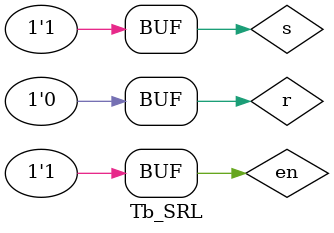
<source format=v>
`timescale 1ns / 1ps


module Tb_SRL();
    reg en;
    reg s;
    reg r;
    
    wire q;
    wire q_n;
    
    SR_Latch sim(.q(q), .q_(q_n), .en(en), .set(s), .reset(r));
    
    initial
    begin
        s =1'b0;
        r =1'b0;
        en =1'b0;
    end
    
    initial
    begin
        #100 s =1'b1; r =1'b0; en =1'b0;
        #100 s =1'b0; r =1'b1; en =1'b0;
        #100 s =1'b1; r =1'b0; en =1'b1;
        #100 s =1'b0; r =1'b1; en =1'b1;
        #100 s =1'b1; r =1'b0; en =1'b1;
        #100 s =1'b1; r =1'b0; en =1'b0;
        #100 s =1'b1; r =1'b1; en =1'b0;
        #100 s =1'b1; r =1'b1; en =1'b1;
        #100 s =1'b1; r =1'b0; en =1'b1;
    end
endmodule

</source>
